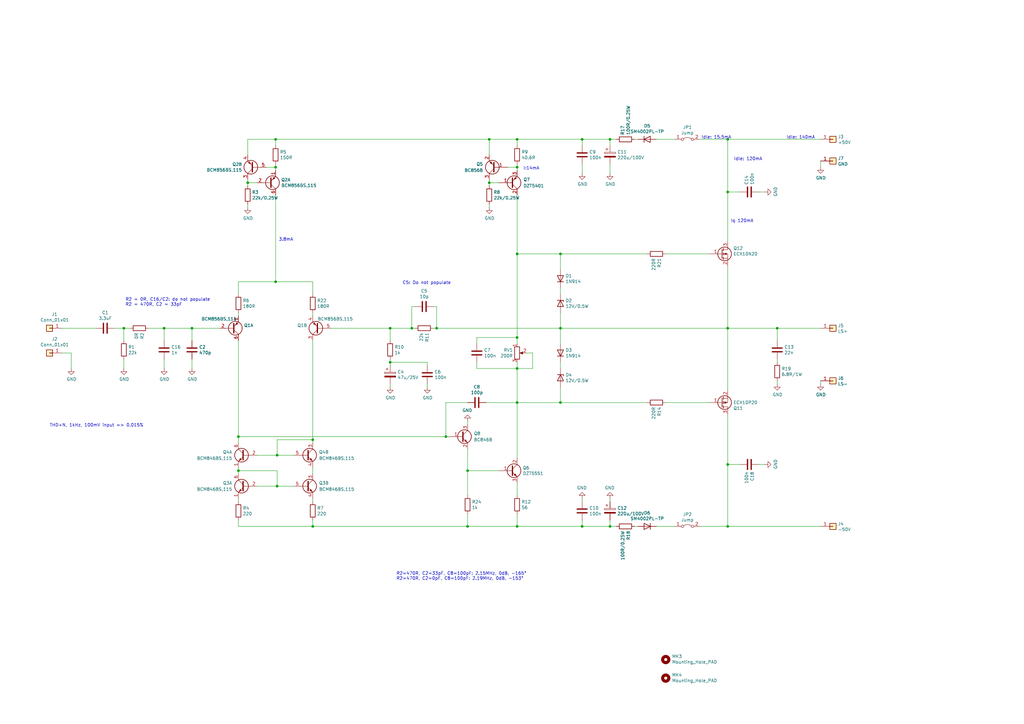
<source format=kicad_sch>
(kicad_sch (version 20211123) (generator eeschema)
  (paper "A3")
  (title_block (title "Lateral MOS FET 80W") (date "2022-12-10") (rev "v5a"))
  (lib_symbols
    (symbol "Connector_Generic:Conn_01x01" (pin_names (offset 1.016) hide)
      (property "Reference" "J" (at 0 2.54 0))
      (property "Value" "Conn_01x01" (at 0 -2.54 0))
      (symbol "Conn_01x01_1_1"
        (rectangle (start -1.27 0.127) (end 0 -0.127) (stroke (width 0.1524)))
        (rectangle (start -1.27 1.27) (end 1.27 -1.27) (stroke (width 0.254)) (fill (type background)))
        (pin passive line (at -5.08 0 0) (length 3.81) (name "Pin_1") (number "1"))
      )
    )
    (symbol "Device:C" (pin_numbers hide) (pin_names (offset 0.254))
      (property "Reference" "C" (at 0.635 2.54 0))
      (property "Value" "C" (at 0.635 -2.54 0))
      (symbol "C_0_1"
        (polyline (pts (xy -2.032 -0.762) (xy 2.032 -0.762)) (stroke (width 0.508)))
        (polyline (pts (xy -2.032 0.762) (xy 2.032 0.762)) (stroke (width 0.508)))
      )
      (symbol "C_1_1"
        (pin passive line (at 0 3.81 270) (length 2.794) (name "~") (number "1"))
        (pin passive line (at 0 -3.81 90) (length 2.794) (name "~") (number "2"))
      )
    )
    (symbol "Device:CP" (pin_numbers hide) (pin_names (offset 0.254))
      (property "Reference" "C" (at 0.635 2.54 0))
      (property "Value" "Device_CP" (at 0.635 -2.54 0))
      (symbol "CP_0_1"
        (rectangle (start -2.286 0.508) (end 2.286 1.016))
        (polyline (pts (xy -1.778 2.286) (xy -0.762 2.286)))
        (polyline (pts (xy -1.27 2.794) (xy -1.27 1.778)))
        (rectangle (start 2.286 -0.508) (end -2.286 -1.016) (fill (type outline)))
      )
      (symbol "CP_1_1"
        (pin passive line (at 0 3.81 270) (length 2.794) (name "~") (number "1"))
        (pin passive line (at 0 -3.81 90) (length 2.794) (name "~") (number "2"))
      )
    )
    (symbol "Device:R" (pin_numbers hide) (pin_names (offset 0))
      (property "Reference" "R" (at 2.032 0 90))
      (property "Value" "R" (at 0 0 90))
      (symbol "R_0_1"
        (rectangle (start -1.016 -2.54) (end 1.016 2.54) (stroke (width 0.254)))
      )
      (symbol "R_1_1"
        (pin passive line (at 0 3.81 270) (length 1.27) (name "~") (number "1"))
        (pin passive line (at 0 -3.81 90) (length 1.27) (name "~") (number "2"))
      )
    )
    (symbol "Device:R_POT" (pin_names (offset 1.016) hide)
      (property "Reference" "RV" (at -4.445 0 90))
      (property "Value" "Device_R_POT" (at -2.54 0 90))
      (symbol "R_POT_0_1"
        (polyline (pts (xy 2.54 0) (xy 1.524 0)))
        (polyline (pts (xy 1.143 0) (xy 2.286 0.508) (xy 2.286 -0.508) (xy 1.143 0)) (fill (type outline)))
        (rectangle (start 1.016 2.54) (end -1.016 -2.54) (stroke (width 0.254)))
      )
      (symbol "R_POT_1_1"
        (pin passive line (at 0 3.81 270) (length 1.27) (name "1") (number "1"))
        (pin passive line (at 3.81 0 180) (length 1.27) (name "2") (number "2"))
        (pin passive line (at 0 -3.81 90) (length 1.27) (name "3") (number "3"))
      )
    )
    (symbol "Diode:1N4002" (pin_numbers hide) (pin_names (offset 1.016) hide)
      (property "Reference" "D" (at 0 2.54 0))
      (property "Value" "1N4002" (at 0 -2.54 0))
      (symbol "1N4002_0_1"
        (polyline (pts (xy -1.27 1.27) (xy -1.27 -1.27)) (stroke (width 0.254)))
        (polyline (pts (xy 1.27 0) (xy -1.27 0)))
        (polyline (pts (xy 1.27 1.27) (xy 1.27 -1.27) (xy -1.27 0) (xy 1.27 1.27)) (stroke (width 0.254)))
      )
      (symbol "1N4002_1_1"
        (pin passive line (at -3.81 0 0) (length 2.54) (name "K") (number "1"))
        (pin passive line (at 3.81 0 180) (length 2.54) (name "A") (number "2"))
      )
    )
    (symbol "Diode:1N4148" (pin_numbers hide) (pin_names (offset 1.016) hide)
      (property "Reference" "D" (at 0 2.54 0))
      (property "Value" "1N4148" (at 0 -2.54 0))
      (symbol "1N4148_0_1"
        (polyline (pts (xy -1.27 1.27) (xy -1.27 -1.27)) (stroke (width 0.254)))
        (polyline (pts (xy 1.27 0) (xy -1.27 0)))
        (polyline (pts (xy 1.27 1.27) (xy 1.27 -1.27) (xy -1.27 0) (xy 1.27 1.27)) (stroke (width 0.254)))
      )
      (symbol "1N4148_1_1"
        (pin passive line (at -3.81 0 0) (length 2.54) (name "K") (number "1"))
        (pin passive line (at 3.81 0 180) (length 2.54) (name "A") (number "2"))
      )
    )
    (symbol "Diode:ZPDxx" (pin_numbers hide) (pin_names (offset 1.016) hide)
      (property "Reference" "D" (at 0 2.54 0))
      (property "Value" "ZPDxx" (at 0 -2.54 0))
      (symbol "ZPDxx_0_1"
        (polyline (pts (xy 1.27 0) (xy -1.27 0)))
        (polyline (pts (xy -1.27 -1.27) (xy -1.27 1.27) (xy -0.762 1.27)) (stroke (width 0.254)))
        (polyline (pts (xy 1.27 -1.27) (xy 1.27 1.27) (xy -1.27 0) (xy 1.27 -1.27)) (stroke (width 0.254)))
      )
      (symbol "ZPDxx_1_1"
        (pin passive line (at -3.81 0 0) (length 2.54) (name "K") (number "1"))
        (pin passive line (at 3.81 0 180) (length 2.54) (name "A") (number "2"))
      )
    )
    (symbol "Jumper:Jumper_2_Bridged" (pin_names (offset 0) hide)
      (property "Reference" "JP" (at 0 1.905 0))
      (property "Value" "Jumper_2_Bridged" (at 0 -2.54 0))
      (symbol "Jumper_2_Bridged_0_0"
        (circle (center -2.032 0) (radius 0.508))
        (circle (center 2.032 0) (radius 0.508))
      )
      (symbol "Jumper_2_Bridged_0_1"
        (arc (start 1.524 0.254) (mid 0 0.762) (end -1.524 0.254))
      )
      (symbol "Jumper_2_Bridged_1_1"
        (pin passive line (at -5.08 0 0) (length 2.54) (name "A") (number "1"))
        (pin passive line (at 5.08 0 180) (length 2.54) (name "B") (number "2"))
      )
    )
    (symbol "Mechanical:MountingHole" (pin_names (offset 1.016))
      (property "Reference" "H" (at 0 5.08 0))
      (property "Value" "MountingHole" (at 0 3.175 0))
      (symbol "MountingHole_0_1"
        (circle (center 0 0) (radius 1.27) (stroke (width 1.27)))
      )
    )
    (symbol "Transistor_BJT:BC846" (pin_names (offset 0) hide)
      (property "Reference" "Q" (at 5.08 1.905 0))
      (property "Value" "BC846" (at 5.08 0 0))
      (symbol "BC846_0_1"
        (polyline (pts (xy 0.635 0.635) (xy 2.54 2.54)))
        (polyline (pts (xy 0.635 -0.635) (xy 2.54 -2.54) (xy 2.54 -2.54)))
        (polyline (pts (xy 0.635 1.905) (xy 0.635 -1.905) (xy 0.635 -1.905)) (stroke (width 0.508)))
        (polyline (pts (xy 1.27 -1.778) (xy 1.778 -1.27) (xy 2.286 -2.286) (xy 1.27 -1.778) (xy 1.27 -1.778)) (fill (type outline)))
        (circle (center 1.27 0) (radius 2.8194) (stroke (width 0.254)))
      )
      (symbol "BC846_1_1"
        (pin input line (at -5.08 0 0) (length 5.715) (name "B") (number "1"))
        (pin passive line (at 2.54 -5.08 90) (length 2.54) (name "E") (number "2"))
        (pin passive line (at 2.54 5.08 270) (length 2.54) (name "C") (number "3"))
      )
    )
    (symbol "Transistor_BJT:BC846BDW1" (pin_names (offset 0) hide)
      (property "Reference" "Q" (at 5.08 1.27 0))
      (property "Value" "BC846BDW1" (at 5.08 -1.27 0))
      (symbol "BC846BDW1_0_1"
        (polyline (pts (xy 0.635 0) (xy -2.54 0)))
        (polyline (pts (xy 0.635 0.635) (xy 2.54 2.54)))
        (polyline (pts (xy 0.635 -0.635) (xy 2.54 -2.54) (xy 2.54 -2.54)))
        (polyline (pts (xy 0.635 1.905) (xy 0.635 -1.905) (xy 0.635 -1.905)) (stroke (width 0.508)))
        (polyline (pts (xy 1.27 -1.778) (xy 1.778 -1.27) (xy 2.286 -2.286) (xy 1.27 -1.778) (xy 1.27 -1.778)) (fill (type outline)))
        (circle (center 1.27 0) (radius 2.8194) (stroke (width 0.254)))
      )
      (symbol "BC846BDW1_1_1"
        (pin passive line (at 2.54 -5.08 90) (length 2.54) (name "E1") (number "1"))
        (pin input line (at -5.08 0 0) (length 2.54) (name "B1") (number "2"))
        (pin passive line (at 2.54 5.08 270) (length 2.54) (name "C1") (number "6"))
      )
      (symbol "BC846BDW1_2_1"
        (pin passive line (at 2.54 5.08 270) (length 2.54) (name "C2") (number "3"))
        (pin passive line (at 2.54 -5.08 90) (length 2.54) (name "E2") (number "4"))
        (pin input line (at -5.08 0 0) (length 2.54) (name "B2") (number "5"))
      )
    )
    (symbol "Transistor_BJT:BC856" (pin_names (offset 0) hide)
      (property "Reference" "Q" (at 5.08 1.905 0))
      (property "Value" "BC856" (at 5.08 0 0))
      (symbol "BC856_0_1"
        (polyline (pts (xy 0.635 0.635) (xy 2.54 2.54)))
        (polyline (pts (xy 0.635 -0.635) (xy 2.54 -2.54) (xy 2.54 -2.54)))
        (polyline (pts (xy 0.635 1.905) (xy 0.635 -1.905) (xy 0.635 -1.905)) (stroke (width 0.508)))
        (polyline (pts (xy 2.286 -1.778) (xy 1.778 -2.286) (xy 1.27 -1.27) (xy 2.286 -1.778) (xy 2.286 -1.778)) (fill (type outline)))
        (circle (center 1.27 0) (radius 2.8194) (stroke (width 0.254)))
      )
      (symbol "BC856_1_1"
        (pin input line (at -5.08 0 0) (length 5.715) (name "B") (number "1"))
        (pin passive line (at 2.54 -5.08 90) (length 2.54) (name "E") (number "2"))
        (pin passive line (at 2.54 5.08 270) (length 2.54) (name "C") (number "3"))
      )
    )
    (symbol "Transistor_BJT:BC856BS" (pin_names (offset 0) hide)
      (property "Reference" "Q" (at 5.08 1.27 0))
      (property "Value" "BC856BS" (at 5.08 -1.27 0))
      (symbol "BC856BS_0_1"
        (polyline (pts (xy 0.635 0) (xy -2.54 0)))
        (polyline (pts (xy 0.635 0.635) (xy 2.54 2.54)))
        (polyline (pts (xy 0.635 -0.635) (xy 2.54 -2.54) (xy 2.54 -2.54)))
        (polyline (pts (xy 0.635 1.905) (xy 0.635 -1.905) (xy 0.635 -1.905)) (stroke (width 0.508)))
        (polyline (pts (xy 2.286 -1.778) (xy 1.778 -2.286) (xy 1.27 -1.27) (xy 2.286 -1.778) (xy 2.286 -1.778)) (fill (type outline)))
        (circle (center 1.27 0) (radius 2.8194) (stroke (width 0.254)))
      )
      (symbol "BC856BS_1_1"
        (pin passive line (at 2.54 -5.08 90) (length 2.54) (name "E1") (number "1"))
        (pin input line (at -5.08 0 0) (length 2.54) (name "B1") (number "2"))
        (pin passive line (at 2.54 5.08 270) (length 2.54) (name "C1") (number "6"))
      )
      (symbol "BC856BS_2_1"
        (pin passive line (at 2.54 5.08 270) (length 2.54) (name "C2") (number "3"))
        (pin passive line (at 2.54 -5.08 90) (length 2.54) (name "E2") (number "4"))
        (pin input line (at -5.08 0 0) (length 2.54) (name "B2") (number "5"))
      )
    )
    (symbol "kicad-snk:DZT5401" (pin_names (offset 0) hide)
      (property "Reference" "Q" (at 5.08 1.905 0))
      (property "Value" "DZT5401" (at 5.08 0 0))
      (symbol "DZT5401_0_1"
        (polyline (pts (xy 0.635 0.635) (xy 2.54 2.54)))
        (polyline (pts (xy 0.635 -0.635) (xy 2.54 -2.54) (xy 2.54 -2.54)))
        (polyline (pts (xy 0.635 1.905) (xy 0.635 -1.905) (xy 0.635 -1.905)) (stroke (width 0.508)))
        (polyline (pts (xy 2.286 -1.778) (xy 1.778 -2.286) (xy 1.27 -1.27) (xy 2.286 -1.778) (xy 2.286 -1.778)) (fill (type outline)))
        (circle (center 1.27 0) (radius 2.8194) (stroke (width 0.254)))
      )
      (symbol "DZT5401_1_1"
        (pin input line (at -5.08 0 0) (length 5.715) (name "B") (number "1"))
        (pin passive line (at 2.54 5.08 270) (length 2.54) (name "C") (number "2"))
        (pin passive line (at 2.54 -5.08 90) (length 2.54) (name "E") (number "3"))
      )
    )
    (symbol "kicad-snk:DZT5551" (pin_names (offset 0) hide)
      (property "Reference" "Q" (at 5.08 1.905 0))
      (property "Value" "kicad-snk_DZT5551" (at 5.08 0 0))
      (symbol "DZT5551_0_1"
        (polyline (pts (xy 0.635 0.635) (xy 2.54 2.54)))
        (polyline (pts (xy 0.635 -0.635) (xy 2.54 -2.54) (xy 2.54 -2.54)))
        (polyline (pts (xy 0.635 1.905) (xy 0.635 -1.905) (xy 0.635 -1.905)) (stroke (width 0.508)))
        (polyline (pts (xy 1.27 -1.778) (xy 1.778 -1.27) (xy 2.286 -2.286) (xy 1.27 -1.778) (xy 1.27 -1.778)) (fill (type outline)))
        (circle (center 1.27 0) (radius 2.8194) (stroke (width 0.254)))
      )
      (symbol "DZT5551_1_1"
        (pin input line (at -5.08 0 0) (length 5.715) (name "B") (number "1"))
        (pin passive line (at 2.54 5.08 270) (length 2.54) (name "C") (number "2"))
        (pin passive line (at 2.54 -5.08 90) (length 2.54) (name "E") (number "3"))
      )
    )
    (symbol "kicad-snk:Q_NMOS_GSD" (pin_names (offset 0) hide)
      (property "Reference" "Q" (at 7.62 1.27 0))
      (property "Value" "kicad-snk_Q_NMOS_GSD" (at 16.51 -1.27 0))
      (symbol "Q_NMOS_GSD_0_1"
        (polyline (pts (xy 0.762 -1.778) (xy 2.54 -1.778)))
        (polyline (pts (xy 0.762 -1.27) (xy 0.762 -2.286)) (stroke (width 0.254)))
        (polyline (pts (xy 0.762 0) (xy 2.54 0)))
        (polyline (pts (xy 0.762 0.508) (xy 0.762 -0.508)) (stroke (width 0.254)))
        (polyline (pts (xy 0.762 1.778) (xy 2.54 1.778)))
        (polyline (pts (xy 0.762 2.286) (xy 0.762 1.27)) (stroke (width 0.254)))
        (polyline (pts (xy 2.54 -1.778) (xy 2.54 -2.54)))
        (polyline (pts (xy 2.54 -1.778) (xy 2.54 0)))
        (polyline (pts (xy 2.54 2.54) (xy 2.54 1.778)))
        (polyline (pts (xy 0.254 1.905) (xy 0.254 -1.905) (xy 0.254 -1.905)) (stroke (width 0.254)))
        (polyline (pts (xy 1.016 0) (xy 2.032 0.381) (xy 2.032 -0.381) (xy 1.016 0)) (fill (type outline)))
        (circle (center 1.27 0) (radius 2.8194) (stroke (width 0.254)))
      )
      (symbol "Q_NMOS_GSD_1_1"
        (pin input line (at -5.08 0 0) (length 5.334) (name "G") (number "1"))
        (pin passive line (at 2.54 -5.08 90) (length 2.54) (name "S") (number "2"))
        (pin passive line (at 2.54 5.08 270) (length 2.54) (name "D") (number "3"))
      )
    )
    (symbol "kicad-snk:Q_PMOS_GSD" (pin_names (offset 0) hide)
      (property "Reference" "Q" (at 7.62 1.27 0))
      (property "Value" "kicad-snk_Q_PMOS_GSD" (at 16.51 -1.27 0))
      (symbol "Q_PMOS_GSD_0_1"
        (polyline (pts (xy 0.762 -1.778) (xy 2.54 -1.778)))
        (polyline (pts (xy 0.762 -1.27) (xy 0.762 -2.286)) (stroke (width 0.254)))
        (polyline (pts (xy 0.762 0) (xy 2.54 0)))
        (polyline (pts (xy 0.762 0.508) (xy 0.762 -0.508)) (stroke (width 0.254)))
        (polyline (pts (xy 0.762 1.778) (xy 2.54 1.778)))
        (polyline (pts (xy 0.762 2.286) (xy 0.762 1.27)) (stroke (width 0.254)))
        (polyline (pts (xy 2.54 -1.778) (xy 2.54 -2.54)))
        (polyline (pts (xy 2.54 -1.778) (xy 2.54 0)))
        (polyline (pts (xy 2.54 2.54) (xy 2.54 1.778)))
        (polyline (pts (xy 0.254 1.905) (xy 0.254 -1.905) (xy 0.254 -1.905)) (stroke (width 0.254)))
        (polyline (pts (xy 2.286 0) (xy 1.27 -0.381) (xy 1.27 0.381) (xy 2.286 0)) (fill (type outline)))
        (circle (center 1.27 0) (radius 2.8194) (stroke (width 0.254)))
      )
      (symbol "Q_PMOS_GSD_1_1"
        (pin input line (at -5.08 0 0) (length 5.334) (name "G") (number "1"))
        (pin passive line (at 2.54 -5.08 90) (length 2.54) (name "D") (number "2"))
        (pin passive line (at 2.54 5.08 270) (length 2.54) (name "S") (number "3"))
      )
    )
    (symbol "power:GND" (power) (pin_names (offset 0))
      (property "Value" "GND" (at 0 -3.81 0))
      (symbol "GND_0_1"
        (polyline (pts (xy 0 0) (xy 0 -1.27) (xy 1.27 -1.27) (xy 0 -2.54) (xy -1.27 -1.27) (xy 0 -1.27)))
      )
      (symbol "GND_1_1"
        (pin power_in line (at 0 0 270) (length 0) hide (name "GND") (number "1"))
      )
    )
  )
  (junction (at 229.87 165.1))
  (junction (at 191.77 215.9))
  (junction (at 212.09 68.58))
  (junction (at 229.87 104.14))
  (junction (at 212.09 165.1))
  (junction (at 229.87 134.62))
  (junction (at 78.74 134.62))
  (junction (at 191.77 193.04))
  (junction (at 67.31 134.62))
  (junction (at 318.77 134.62))
  (junction (at 212.09 215.9))
  (junction (at 200.66 74.93))
  (junction (at 97.79 193.04))
  (junction (at 113.665 186.69))
  (junction (at 113.03 115.57))
  (junction (at 200.66 57.15))
  (junction (at 50.8 134.62))
  (junction (at 212.09 138.43))
  (junction (at 113.03 57.15))
  (junction (at 97.79 179.07))
  (junction (at 212.09 151.13))
  (junction (at 238.76 57.15))
  (junction (at 113.665 199.39))
  (junction (at 238.76 215.9))
  (junction (at 298.45 190.5))
  (junction (at 250.19 57.15))
  (junction (at 160.02 134.62))
  (junction (at 128.27 215.9))
  (junction (at 179.07 134.62))
  (junction (at 168.91 134.62))
  (junction (at 298.45 134.62))
  (junction (at 113.03 68.58))
  (junction (at 212.09 57.15))
  (junction (at 182.88 179.07))
  (junction (at 298.45 57.15))
  (junction (at 212.09 104.14))
  (junction (at 101.6 74.93))
  (junction (at 128.27 180.34))
  (junction (at 160.02 148.59))
  (junction (at 250.19 215.9))
  (junction (at 298.45 78.74))
  (junction (at 298.45 215.9))
  (wire (pts (xy 212.09 68.58) (xy 212.09 69.85)))
  (wire (pts (xy 29.21 144.78) (xy 25.4 144.78)))
  (wire (pts (xy 200.66 73.66) (xy 200.66 74.93)))
  (wire (pts (xy 128.27 115.57) (xy 113.03 115.57)))
  (wire (pts (xy 218.44 151.13) (xy 218.44 144.78)))
  (wire (pts (xy 128.27 139.7) (xy 128.27 180.34)))
  (wire (pts (xy 168.91 125.73) (xy 168.91 134.62)))
  (wire (pts (xy 175.26 148.59) (xy 160.02 148.59)))
  (wire (pts (xy 298.45 215.9) (xy 298.45 190.5)))
  (wire (pts (xy 212.09 165.1) (xy 229.87 165.1)))
  (wire (pts (xy 113.03 57.15) (xy 200.66 57.15)))
  (wire (pts (xy 212.09 210.82) (xy 212.09 215.9)))
  (wire (pts (xy 170.18 125.73) (xy 168.91 125.73)))
  (wire (pts (xy 200.66 57.15) (xy 200.66 63.5)))
  (wire (pts (xy 175.26 149.86) (xy 175.26 148.59)))
  (wire (pts (xy 212.09 57.15) (xy 238.76 57.15)))
  (wire (pts (xy 229.87 110.49) (xy 229.87 104.14)))
  (wire (pts (xy 105.41 199.39) (xy 113.665 199.39)))
  (wire (pts (xy 191.77 184.15) (xy 191.77 193.04)))
  (wire (pts (xy 238.76 57.15) (xy 238.76 59.69)))
  (wire (pts (xy 113.03 115.57) (xy 97.79 115.57)))
  (wire (pts (xy 200.66 57.15) (xy 212.09 57.15)))
  (wire (pts (xy 25.4 134.62) (xy 39.37 134.62)))
  (wire (pts (xy 109.22 68.58) (xy 113.03 68.58)))
  (wire (pts (xy 229.87 128.27) (xy 229.87 134.62)))
  (wire (pts (xy 238.76 67.31) (xy 238.76 71.12)))
  (wire (pts (xy 303.53 78.74) (xy 298.45 78.74)))
  (wire (pts (xy 128.27 180.34) (xy 128.27 181.61)))
  (wire (pts (xy 303.53 190.5) (xy 298.45 190.5)))
  (wire (pts (xy 113.665 199.39) (xy 120.65 199.39)))
  (wire (pts (xy 101.6 74.93) (xy 105.41 74.93)))
  (wire (pts (xy 191.77 172.72) (xy 191.77 173.99)))
  (wire (pts (xy 250.19 57.15) (xy 250.19 59.69)))
  (wire (pts (xy 298.45 99.06) (xy 298.45 78.74)))
  (wire (pts (xy 200.66 74.93) (xy 200.66 76.2)))
  (wire (pts (xy 160.02 148.59) (xy 160.02 147.32)))
  (wire (pts (xy 105.41 186.69) (xy 113.665 186.69)))
  (wire (pts (xy 113.665 193.04) (xy 113.665 199.39)))
  (wire (pts (xy 212.09 151.13) (xy 218.44 151.13)))
  (wire (pts (xy 200.66 74.93) (xy 204.47 74.93)))
  (wire (pts (xy 78.74 134.62) (xy 90.17 134.62)))
  (wire (pts (xy 182.88 179.07) (xy 184.15 179.07)))
  (wire (pts (xy 298.45 109.22) (xy 298.45 134.62)))
  (wire (pts (xy 97.79 139.7) (xy 97.79 179.07)))
  (wire (pts (xy 212.09 138.43) (xy 212.09 140.97)))
  (wire (pts (xy 97.79 204.47) (xy 97.79 205.74)))
  (wire (pts (xy 261.62 57.15) (xy 260.35 57.15)))
  (wire (pts (xy 78.74 139.7) (xy 78.74 134.62)))
  (wire (pts (xy 191.77 215.9) (xy 212.09 215.9)))
  (wire (pts (xy 273.05 165.1) (xy 290.83 165.1)))
  (wire (pts (xy 128.27 215.9) (xy 191.77 215.9)))
  (wire (pts (xy 212.09 151.13) (xy 212.09 165.1)))
  (wire (pts (xy 182.88 165.1) (xy 182.88 179.07)))
  (wire (pts (xy 229.87 158.75) (xy 229.87 165.1)))
  (wire (pts (xy 212.09 57.15) (xy 212.09 59.69)))
  (wire (pts (xy 212.09 165.1) (xy 212.09 187.96)))
  (wire (pts (xy 191.77 165.1) (xy 182.88 165.1)))
  (wire (pts (xy 128.27 128.27) (xy 128.27 129.54)))
  (wire (pts (xy 336.55 66.04) (xy 336.55 68.58)))
  (wire (pts (xy 67.31 134.62) (xy 67.31 139.7)))
  (wire (pts (xy 101.6 73.66) (xy 101.6 74.93)))
  (wire (pts (xy 113.03 57.15) (xy 101.6 57.15)))
  (wire (pts (xy 298.45 78.74) (xy 298.45 57.15)))
  (wire (pts (xy 101.6 57.15) (xy 101.6 63.5)))
  (wire (pts (xy 208.28 68.58) (xy 212.09 68.58)))
  (wire (pts (xy 200.66 83.82) (xy 200.66 85.09)))
  (wire (pts (xy 298.45 170.18) (xy 298.45 190.5)))
  (wire (pts (xy 229.87 104.14) (xy 265.43 104.14)))
  (wire (pts (xy 318.77 139.7) (xy 318.77 134.62)))
  (wire (pts (xy 78.74 151.13) (xy 78.74 147.32)))
  (wire (pts (xy 287.02 57.15) (xy 298.45 57.15)))
  (wire (pts (xy 50.8 151.13) (xy 50.8 147.32)))
  (wire (pts (xy 318.77 157.48) (xy 318.77 156.21)))
  (wire (pts (xy 97.79 179.07) (xy 97.79 181.61)))
  (wire (pts (xy 97.79 128.27) (xy 97.79 129.54)))
  (wire (pts (xy 195.58 140.97) (xy 195.58 138.43)))
  (wire (pts (xy 67.31 134.62) (xy 78.74 134.62)))
  (wire (pts (xy 273.05 104.14) (xy 290.83 104.14)))
  (wire (pts (xy 313.69 78.74) (xy 311.15 78.74)))
  (wire (pts (xy 97.79 213.36) (xy 97.79 215.9)))
  (wire (pts (xy 250.19 215.9) (xy 238.76 215.9)))
  (wire (pts (xy 179.07 134.62) (xy 179.07 125.73)))
  (wire (pts (xy 250.19 213.36) (xy 250.19 215.9)))
  (wire (pts (xy 113.03 57.15) (xy 113.03 59.69)))
  (wire (pts (xy 212.09 198.12) (xy 212.09 203.2)))
  (wire (pts (xy 97.79 193.04) (xy 97.79 194.31)))
  (wire (pts (xy 269.24 215.9) (xy 276.86 215.9)))
  (wire (pts (xy 160.02 134.62) (xy 160.02 139.7)))
  (wire (pts (xy 318.77 148.59) (xy 318.77 147.32)))
  (wire (pts (xy 113.665 186.69) (xy 113.665 180.34)))
  (wire (pts (xy 212.09 148.59) (xy 212.09 151.13)))
  (wire (pts (xy 101.6 83.82) (xy 101.6 85.09)))
  (wire (pts (xy 160.02 149.86) (xy 160.02 148.59)))
  (wire (pts (xy 175.26 158.75) (xy 175.26 157.48)))
  (wire (pts (xy 298.45 57.15) (xy 336.55 57.15)))
  (wire (pts (xy 50.8 139.7) (xy 50.8 134.62)))
  (wire (pts (xy 128.27 115.57) (xy 128.27 120.65)))
  (wire (pts (xy 97.79 191.77) (xy 97.79 193.04)))
  (wire (pts (xy 336.55 134.62) (xy 318.77 134.62)))
  (wire (pts (xy 113.665 186.69) (xy 120.65 186.69)))
  (wire (pts (xy 252.73 57.15) (xy 250.19 57.15)))
  (wire (pts (xy 128.27 191.77) (xy 128.27 194.31)))
  (wire (pts (xy 191.77 193.04) (xy 204.47 193.04)))
  (wire (pts (xy 195.58 148.59) (xy 195.58 151.13)))
  (wire (pts (xy 199.39 165.1) (xy 212.09 165.1)))
  (wire (pts (xy 179.07 134.62) (xy 229.87 134.62)))
  (wire (pts (xy 128.27 213.36) (xy 128.27 215.9)))
  (wire (pts (xy 250.19 67.31) (xy 250.19 71.12)))
  (wire (pts (xy 97.79 115.57) (xy 97.79 120.65)))
  (wire (pts (xy 318.77 134.62) (xy 298.45 134.62)))
  (wire (pts (xy 46.99 134.62) (xy 50.8 134.62)))
  (wire (pts (xy 97.79 215.9) (xy 128.27 215.9)))
  (wire (pts (xy 229.87 151.13) (xy 229.87 148.59)))
  (wire (pts (xy 212.09 67.31) (xy 212.09 68.58)))
  (wire (pts (xy 67.31 147.32) (xy 67.31 151.13)))
  (wire (pts (xy 238.76 205.74) (xy 238.76 204.47)))
  (wire (pts (xy 191.77 210.82) (xy 191.77 215.9)))
  (wire (pts (xy 160.02 158.75) (xy 160.02 157.48)))
  (wire (pts (xy 60.96 134.62) (xy 67.31 134.62)))
  (wire (pts (xy 313.69 190.5) (xy 311.15 190.5)))
  (wire (pts (xy 195.58 151.13) (xy 212.09 151.13)))
  (wire (pts (xy 97.79 193.04) (xy 113.665 193.04)))
  (wire (pts (xy 113.03 67.31) (xy 113.03 68.58)))
  (wire (pts (xy 113.03 80.01) (xy 113.03 115.57)))
  (wire (pts (xy 215.9 144.78) (xy 218.44 144.78)))
  (wire (pts (xy 212.09 80.01) (xy 212.09 104.14)))
  (wire (pts (xy 212.09 138.43) (xy 212.09 104.14)))
  (wire (pts (xy 229.87 165.1) (xy 265.43 165.1)))
  (wire (pts (xy 261.62 215.9) (xy 260.35 215.9)))
  (wire (pts (xy 298.45 215.9) (xy 336.55 215.9)))
  (wire (pts (xy 250.19 204.47) (xy 250.19 205.74)))
  (wire (pts (xy 212.09 104.14) (xy 229.87 104.14)))
  (wire (pts (xy 287.02 215.9) (xy 298.45 215.9)))
  (wire (pts (xy 269.24 57.15) (xy 276.86 57.15)))
  (wire (pts (xy 229.87 140.97) (xy 229.87 134.62)))
  (wire (pts (xy 53.34 134.62) (xy 50.8 134.62)))
  (wire (pts (xy 29.21 151.13) (xy 29.21 144.78)))
  (wire (pts (xy 168.91 134.62) (xy 160.02 134.62)))
  (wire (pts (xy 177.8 134.62) (xy 179.07 134.62)))
  (wire (pts (xy 170.18 134.62) (xy 168.91 134.62)))
  (wire (pts (xy 179.07 125.73) (xy 177.8 125.73)))
  (wire (pts (xy 135.89 134.62) (xy 160.02 134.62)))
  (wire (pts (xy 128.27 204.47) (xy 128.27 205.74)))
  (wire (pts (xy 212.09 215.9) (xy 238.76 215.9)))
  (wire (pts (xy 101.6 74.93) (xy 101.6 76.2)))
  (wire (pts (xy 195.58 138.43) (xy 212.09 138.43)))
  (wire (pts (xy 113.03 68.58) (xy 113.03 69.85)))
  (wire (pts (xy 238.76 213.36) (xy 238.76 215.9)))
  (wire (pts (xy 229.87 134.62) (xy 298.45 134.62)))
  (wire (pts (xy 191.77 193.04) (xy 191.77 203.2)))
  (wire (pts (xy 229.87 120.65) (xy 229.87 118.11)))
  (wire (pts (xy 113.665 180.34) (xy 128.27 180.34)))
  (wire (pts (xy 250.19 57.15) (xy 238.76 57.15)))
  (wire (pts (xy 252.73 215.9) (xy 250.19 215.9)))
  (wire (pts (xy 298.45 134.62) (xy 298.45 160.02)))
  (wire (pts (xy 336.55 157.48) (xy 336.55 156.21)))
  (wire (pts (xy 97.79 179.07) (xy 182.88 179.07)))
  (text "THD+N, 1kHz, 100mV input => 0.015%" (at 20.32 175.26 0) (effects (font (size 1.27 1.27)) (justify left bottom)))
  (text "Idle: 120mA" (at 300.99 66.04 0) (effects (font (size 1.27 1.27)) (justify left bottom)))
  (text "Iq 120mA" (at 299.72 91.44 0) (effects (font (size 1.27 1.27)) (justify left bottom)))
  (text "Idle: 15.5mA" (at 287.655 57.15 0) (effects (font (size 1.27 1.27)) (justify left bottom)))
  (text "R2=470R, C2=33pF, C8=100pF: 2.15MHz, 0dB, -165°\nR2=470R, C2=0pF, C8=100pF: 2.19MHz, 0dB, -153°" (at 162.56 238.125 0) (effects (font (size 1.27 1.27)) (justify left bottom)))
  (text "Idle: 140mA" (at 322.58 57.15 0) (effects (font (size 1.27 1.27)) (justify left bottom)))
  (text "C5: Do not populate" (at 165.1 116.84 0) (effects (font (size 1.27 1.27)) (justify left bottom)))
  (text "3.8mA" (at 114.3 99.06 0) (effects (font (size 1.27 1.27)) (justify left bottom)))
  (text "I:14mA" (at 214.63 69.85 0) (effects (font (size 1.27 1.27)) (justify left bottom)))
  (text "R2 = 0R, C16/C2: do not populate\nR2 = 470R, C2 = 33pF" (at 51.435 125.73 0) (effects (font (size 1.27 1.27)) (justify left bottom)))
  (symbol (lib_id "Device:R") (at 57.15 134.62 270) (unit 1)
    (property "Reference" "R2" (at 58.3184 136.398 0) (effects (justify left)))
    (property "Value" "0R" (at 56.007 136.398 0) (effects (justify left)))
    (property "Footprint" "Resistor_SMD:R_0805_2012Metric_Pad1.20x1.40mm_HandSolder" (effects hide))
  )
  (symbol (lib_id "Device:C") (at 78.74 143.51 0) (unit 1)
    (property "Reference" "C2" (at 81.661 142.3416 0) (effects (justify left)))
    (property "Value" "470p" (at 81.661 144.653 0) (effects (justify left)))
    (property "Footprint" "Capacitor_SMD:C_0805_2012Metric_Pad1.18x1.45mm_HandSolder" (effects hide))
  )
  (symbol (lib_id "Device:C") (at 43.18 134.62 270) (unit 1)
    (property "Reference" "C1" (at 43.18 128.2192 90))
    (property "Value" "3.3uF" (at 43.18 130.5306 90))
    (property "Footprint" "Capacitor_THT:C_Rect_L7.2mm_W7.2mm_P5.00mm_FKS2_FKP2_MKS2_MKP2" (effects hide))
  )
  (symbol (lib_id "power:GND") (at 50.8 151.13 0) (unit 1)
    (property "Reference" "#PWR0101" (effects hide))
    (property "Value" "GND" (at 50.927 155.5242 0))
  )
  (symbol (lib_id "Device:R") (at 50.8 143.51 0) (unit 1)
    (property "Reference" "R1" (at 52.578 142.3416 0) (effects (justify left)))
    (property "Value" "22k" (at 52.578 144.653 0) (effects (justify left)))
    (property "Footprint" "Resistor_SMD:R_0805_2012Metric_Pad1.20x1.40mm_HandSolder" (effects hide))
  )
  (symbol (lib_id "power:GND") (at 29.21 151.13 0) (unit 1)
    (property "Reference" "#PWR0102" (effects hide))
    (property "Value" "GND" (at 29.337 155.5242 0))
  )
  (symbol (lib_id "Connector_Generic:Conn_01x01") (at 20.32 134.62 180) (unit 1)
    (property "Reference" "J1" (at 22.4028 128.905 0))
    (property "Value" "Conn_01x01" (at 22.4028 131.2164 0))
    (property "Footprint" "Connector_Pin:Pin_D1.0mm_L10.0mm" (effects hide))
  )
  (symbol (lib_id "Connector_Generic:Conn_01x01") (at 20.32 144.78 180) (unit 1)
    (property "Reference" "J2" (at 22.4028 139.065 0))
    (property "Value" "Conn_01x01" (at 22.4028 141.3764 0))
    (property "Footprint" "Connector_Pin:Pin_D1.0mm_L10.0mm" (effects hide))
  )
  (symbol (lib_id "Device:R") (at 97.79 124.46 0) (unit 1)
    (property "Reference" "R6" (at 99.568 123.2916 0) (effects (justify left)))
    (property "Value" "180R" (at 99.568 125.603 0) (effects (justify left)))
    (property "Footprint" "Resistor_SMD:R_0805_2012Metric_Pad1.20x1.40mm_HandSolder" (effects hide))
  )
  (symbol (lib_id "Device:R") (at 101.6 80.01 0) (unit 1)
    (property "Reference" "R3" (at 103.378 78.8416 0) (effects (justify left)))
    (property "Value" "22k/0.25W" (at 103.378 81.153 0) (effects (justify left)))
    (property "Footprint" "Resistor_SMD:R_0805_2012Metric_Pad1.20x1.40mm_HandSolder" (effects hide))
  )
  (symbol (lib_id "power:GND") (at 101.6 85.09 0) (unit 1)
    (property "Reference" "#PWR0103" (effects hide))
    (property "Value" "GND" (at 101.727 89.4842 0))
  )
  (symbol (lib_id "Device:R") (at 113.03 63.5 0) (unit 1)
    (property "Reference" "R5" (at 114.808 62.3316 0) (effects (justify left)))
    (property "Value" "150R" (at 114.808 64.643 0) (effects (justify left)))
    (property "Footprint" "Resistor_SMD:R_0805_2012Metric_Pad1.20x1.40mm_HandSolder" (effects hide))
  )
  (symbol (lib_id "Device:CP") (at 160.02 153.67 0) (unit 1)
    (property "Reference" "C4" (at 163.0172 152.5016 0) (effects (justify left)))
    (property "Value" "47u/25V" (at 163.0172 154.813 0) (effects (justify left)))
    (property "Footprint" "Capacitor_THT:CP_Radial_D5.0mm_P2.00mm" (effects hide))
  )
  (symbol (lib_id "Device:C") (at 175.26 153.67 0) (unit 1)
    (property "Reference" "C6" (at 178.181 152.5016 0) (effects (justify left)))
    (property "Value" "100n" (at 178.181 154.813 0) (effects (justify left)))
    (property "Footprint" "Capacitor_THT:C_Rect_L7.2mm_W2.5mm_P5.00mm_FKS2_FKP2_MKS2_MKP2" (effects hide))
  )
  (symbol (lib_id "Device:R") (at 160.02 143.51 0) (unit 1)
    (property "Reference" "R10" (at 161.798 142.3416 0) (effects (justify left)))
    (property "Value" "1k" (at 161.798 144.653 0) (effects (justify left)))
    (property "Footprint" "Resistor_SMD:R_0805_2012Metric_Pad1.20x1.40mm_HandSolder" (effects hide))
  )
  (symbol (lib_id "Device:R") (at 128.27 209.55 0) (unit 1)
    (property "Reference" "R7" (at 130.048 208.3816 0) (effects (justify left)))
    (property "Value" "220" (at 130.048 210.693 0) (effects (justify left)))
    (property "Footprint" "Resistor_SMD:R_0805_2012Metric_Pad1.20x1.40mm_HandSolder" (effects hide))
  )
  (symbol (lib_id "Device:R") (at 97.79 209.55 0) (unit 1)
    (property "Reference" "R4" (at 99.568 208.3816 0) (effects (justify left)))
    (property "Value" "220" (at 99.568 210.693 0) (effects (justify left)))
    (property "Footprint" "Resistor_SMD:R_0805_2012Metric_Pad1.20x1.40mm_HandSolder" (effects hide))
  )
  (symbol (lib_id "power:GND") (at 78.74 151.13 0) (unit 1)
    (property "Reference" "#PWR0104" (effects hide))
    (property "Value" "GND" (at 78.867 155.5242 0))
  )
  (symbol (lib_id "Device:R") (at 173.99 134.62 270) (unit 1)
    (property "Reference" "R11" (at 175.1584 136.398 0) (effects (justify left)))
    (property "Value" "22k" (at 172.847 136.398 0) (effects (justify left)))
    (property "Footprint" "Resistor_SMD:R_0805_2012Metric_Pad1.20x1.40mm_HandSolder" (effects hide))
  )
  (symbol (lib_id "Device:C") (at 173.99 125.73 270) (unit 1)
    (property "Reference" "C5" (at 173.99 119.3292 90))
    (property "Value" "10p" (at 173.99 121.6406 90))
    (property "Footprint" "Capacitor_SMD:C_0805_2012Metric_Pad1.18x1.45mm_HandSolder" (effects hide))
  )
  (symbol (lib_id "Connector_Generic:Conn_01x01") (at 341.63 57.15 0) (unit 1)
    (property "Reference" "J3" (at 343.662 56.0832 0) (effects (justify left)))
    (property "Value" "+50V" (at 343.662 58.3946 0) (effects (justify left)))
    (property "Footprint" "kicad-snk:TE-726386-2_Pitch5.08mm_Drill1.3mm" (effects hide))
  )
  (symbol (lib_id "Connector_Generic:Conn_01x01") (at 341.63 215.9 0) (unit 1)
    (property "Reference" "J4" (at 343.662 214.8332 0) (effects (justify left)))
    (property "Value" "-50V" (at 343.662 217.1446 0) (effects (justify left)))
    (property "Footprint" "kicad-snk:TE-726386-2_Pitch5.08mm_Drill1.3mm" (effects hide))
  )
  (symbol (lib_id "power:GND") (at 318.77 157.48 0) (unit 1)
    (property "Reference" "#PWR0109" (effects hide))
    (property "Value" "GND" (at 318.897 161.8742 0))
  )
  (symbol (lib_id "Connector_Generic:Conn_01x01") (at 341.63 156.21 0) (unit 1)
    (property "Reference" "J6" (at 343.662 155.1432 0) (effects (justify left)))
    (property "Value" "LS-" (at 343.662 157.4546 0) (effects (justify left)))
    (property "Footprint" "kicad-snk:TE-726386-2_Pitch5.08mm_Drill1.3mm" (effects hide))
  )
  (symbol (lib_id "Connector_Generic:Conn_01x01") (at 341.63 134.62 0) (unit 1)
    (property "Reference" "J5" (at 343.662 133.5532 0) (effects (justify left)))
    (property "Value" "LS+" (at 343.662 135.8646 0) (effects (justify left)))
    (property "Footprint" "kicad-snk:TE-726386-2_Pitch5.08mm_Drill1.3mm" (effects hide))
  )
  (symbol (lib_id "power:GND") (at 336.55 157.48 0) (unit 1)
    (property "Reference" "#PWR0110" (effects hide))
    (property "Value" "GND" (at 336.677 161.8742 0))
  )
  (symbol (lib_id "Device:R_POT") (at 212.09 144.78 0) (unit 1)
    (property "Reference" "RV1" (at 210.3374 143.6116 0) (effects (justify right)))
    (property "Value" "200R" (at 210.3374 145.923 0) (effects (justify right)))
    (property "Footprint" "Potentiometer_THT:Potentiometer_Bourns_3296W_Vertical" (effects hide))
  )
  (symbol (lib_id "Device:C") (at 195.58 144.78 180) (unit 1)
    (property "Reference" "C7" (at 198.501 143.6116 0) (effects (justify right)))
    (property "Value" "100n" (at 198.501 145.923 0) (effects (justify right)))
    (property "Footprint" "Capacitor_THT:C_Rect_L7.2mm_W2.5mm_P5.00mm_FKS2_FKP2_MKS2_MKP2" (effects hide))
  )
  (symbol (lib_id "Diode:1N4148") (at 229.87 114.3 90) (unit 1)
    (property "Reference" "D1" (at 231.902 113.1316 90) (effects (justify right)))
    (property "Value" "1N914" (at 231.902 115.443 90) (effects (justify right)))
    (property "Footprint" "Diode_SMD:D_SOD-123" (effects hide))
    (property "Datasheet" "https://assets.nexperia.com/documents/data-sheet/1N4148_1N4448.pdf" (effects hide))
  )
  (symbol (lib_id "Diode:ZPDxx") (at 229.87 124.46 270) (unit 1)
    (property "Reference" "D2" (at 231.902 123.2916 90) (effects (justify left)))
    (property "Value" "12V/0.5W" (at 231.902 125.603 90) (effects (justify left)))
    (property "Footprint" "Diode_SMD:D_SOD-123" (effects hide))
    (property "Datasheet" "http://diotec.com/tl_files/diotec/files/pdf/datasheets/zpd1" (effects hide))
  )
  (symbol (lib_id "Diode:1N4148") (at 229.87 144.78 90) (unit 1)
    (property "Reference" "D3" (at 231.902 143.6116 90) (effects (justify right)))
    (property "Value" "1N914" (at 231.902 145.923 90) (effects (justify right)))
    (property "Footprint" "Diode_SMD:D_SOD-123" (effects hide))
    (property "Datasheet" "https://assets.nexperia.com/documents/data-sheet/1N4148_1N4448.pdf" (effects hide))
  )
  (symbol (lib_id "Diode:ZPDxx") (at 229.87 154.94 270) (unit 1)
    (property "Reference" "D4" (at 231.902 153.7716 90) (effects (justify left)))
    (property "Value" "12V/0.5W" (at 231.902 156.083 90) (effects (justify left)))
    (property "Footprint" "Diode_SMD:D_SOD-123" (effects hide))
    (property "Datasheet" "http://diotec.com/tl_files/diotec/files/pdf/datasheets/zpd1" (effects hide))
  )
  (symbol (lib_id "Device:R") (at 269.24 165.1 270) (unit 1)
    (property "Reference" "R14" (at 270.4084 166.878 0) (effects (justify left)))
    (property "Value" "220R" (at 268.097 166.878 0) (effects (justify left)))
    (property "Footprint" "Resistor_SMD:R_0805_2012Metric_Pad1.20x1.40mm_HandSolder" (effects hide))
  )
  (symbol (lib_id "kicad-snk:Q_PMOS_GSD") (at 295.91 165.1 0) (mirror x) (unit 1)
    (property "Reference" "Q11" (at 300.7614 167.4114 0) (effects (justify left)))
    (property "Value" "ECX10P20" (at 300.7614 165.1 0) (effects (justify left)))
    (property "Footprint" "Package_TO_SOT_THT:TO-247-3_Horizontal_TabUp" (effects hide))
  )
  (symbol (lib_id "Connector_Generic:Conn_01x01") (at 341.63 66.04 0) (unit 1)
    (property "Reference" "J7" (at 343.662 64.9732 0) (effects (justify left)))
    (property "Value" "GND" (at 343.662 67.2846 0) (effects (justify left)))
    (property "Footprint" "kicad-snk:TE-726386-2_Pitch5.08mm_Drill1.3mm" (effects hide))
  )
  (symbol (lib_id "Device:R") (at 318.77 152.4 0) (unit 1)
    (property "Reference" "R19" (at 320.548 151.2316 0) (effects (justify left)))
    (property "Value" "6.8R/1W" (at 320.548 153.543 0) (effects (justify left)))
    (property "Footprint" "Resistor_SMD:R_MELF_MMB-0207" (effects hide))
  )
  (symbol (lib_id "power:GND") (at 336.55 68.58 0) (unit 1)
    (property "Reference" "#PWR0111" (effects hide))
    (property "Value" "GND" (at 336.677 72.9742 0))
  )
  (symbol (lib_id "Device:C") (at 318.77 143.51 0) (unit 1)
    (property "Reference" "C13" (at 321.691 142.3416 0) (effects (justify left)))
    (property "Value" "22n" (at 321.691 144.653 0) (effects (justify left)))
    (property "Footprint" "Capacitor_THT:C_Rect_L7.2mm_W2.5mm_P5.00mm_FKS2_FKP2_MKS2_MKP2" (effects hide))
  )
  (symbol (lib_id "Device:CP") (at 250.19 63.5 0) (unit 1)
    (property "Reference" "C11" (at 253.1872 62.3316 0) (effects (justify left)))
    (property "Value" "220u/100V" (at 253.1872 64.643 0) (effects (justify left)))
    (property "Footprint" "Capacitor_THT:CP_Radial_D12.5mm_P5.00mm" (effects hide))
  )
  (symbol (lib_id "Device:C") (at 238.76 63.5 0) (unit 1)
    (property "Reference" "C9" (at 241.681 62.3316 0) (effects (justify left)))
    (property "Value" "100n" (at 241.681 64.643 0) (effects (justify left)))
    (property "Footprint" "Capacitor_THT:C_Rect_L7.2mm_W2.5mm_P5.00mm_FKS2_FKP2_MKS2_MKP2" (effects hide))
  )
  (symbol (lib_id "Diode:1N4002") (at 265.43 57.15 0) (unit 1)
    (property "Reference" "D5" (at 265.43 51.6382 0))
    (property "Value" "SM4002PL-TP" (at 265.43 53.9496 0))
    (property "Footprint" "Diode_SMD:D_SOD-123F" (effects hide))
    (property "Datasheet" "http://www.vishay.com/docs/88503/1n4001.pdf" (effects hide))
  )
  (symbol (lib_id "Device:R") (at 256.54 57.15 90) (unit 1)
    (property "Reference" "R17" (at 255.3716 55.372 0) (effects (justify left)))
    (property "Value" "100R/0.25W" (at 257.683 55.372 0) (effects (justify left)))
    (property "Footprint" "Resistor_SMD:R_0805_2012Metric_Pad1.20x1.40mm_HandSolder" (effects hide))
  )
  (symbol (lib_id "Device:CP") (at 250.19 209.55 0) (unit 1)
    (property "Reference" "C12" (at 253.1872 208.3816 0) (effects (justify left)))
    (property "Value" "220u/100V" (at 253.1872 210.693 0) (effects (justify left)))
    (property "Footprint" "Capacitor_THT:CP_Radial_D12.5mm_P5.00mm" (effects hide))
  )
  (symbol (lib_id "Device:C") (at 238.76 209.55 0) (unit 1)
    (property "Reference" "C10" (at 241.681 208.3816 0) (effects (justify left)))
    (property "Value" "100n" (at 241.681 210.693 0) (effects (justify left)))
    (property "Footprint" "Capacitor_THT:C_Rect_L7.2mm_W2.5mm_P5.00mm_FKS2_FKP2_MKS2_MKP2" (effects hide))
  )
  (symbol (lib_id "Mechanical:MountingHole") (at 273.05 270.51 0) (unit 1)
    (property "Reference" "MK3" (at 275.59 269.2146 0) (effects (justify left)))
    (property "Value" "Mounting_Hole_PAD" (at 275.59 271.526 0) (effects (justify left)))
    (property "Footprint" "MountingHole:MountingHole_3.2mm_M3_Pad_Via" (effects hide))
  )
  (symbol (lib_id "Mechanical:MountingHole") (at 273.05 278.13 0) (unit 1)
    (property "Reference" "MK4" (at 275.59 276.8346 0) (effects (justify left)))
    (property "Value" "Mounting_Hole_PAD" (at 275.59 279.146 0) (effects (justify left)))
    (property "Footprint" "MountingHole:MountingHole_3.2mm_M3_Pad_Via" (effects hide))
  )
  (symbol (lib_id "Device:R") (at 256.54 215.9 270) (unit 1)
    (property "Reference" "R18" (at 257.7084 217.678 0) (effects (justify left)))
    (property "Value" "100R/0.25W" (at 255.397 217.678 0) (effects (justify left)))
    (property "Footprint" "Resistor_SMD:R_0805_2012Metric_Pad1.20x1.40mm_HandSolder" (effects hide))
  )
  (symbol (lib_id "Diode:1N4002") (at 265.43 215.9 180) (unit 1)
    (property "Reference" "D6" (at 265.43 210.3882 0))
    (property "Value" "SM4002PL-TP" (at 265.43 212.6996 0))
    (property "Footprint" "Diode_SMD:D_SOD-123F" (effects hide))
    (property "Datasheet" "http://www.vishay.com/docs/88503/1n4001.pdf" (effects hide))
  )
  (symbol (lib_id "power:GND") (at 238.76 71.12 0) (unit 1)
    (property "Reference" "#PWR0112" (effects hide))
    (property "Value" "GND" (at 238.887 75.5142 0))
  )
  (symbol (lib_id "power:GND") (at 250.19 71.12 0) (unit 1)
    (property "Reference" "#PWR0113" (effects hide))
    (property "Value" "GND" (at 250.317 75.5142 0))
  )
  (symbol (lib_id "Device:R") (at 269.24 104.14 270) (unit 1)
    (property "Reference" "R21" (at 270.4084 105.918 0) (effects (justify left)))
    (property "Value" "220R" (at 268.097 105.918 0) (effects (justify left)))
    (property "Footprint" "Resistor_SMD:R_0805_2012Metric_Pad1.20x1.40mm_HandSolder" (effects hide))
  )
  (symbol (lib_id "kicad-snk:Q_NMOS_GSD") (at 295.91 104.14 0) (unit 1)
    (property "Reference" "Q12" (at 300.7614 101.8286 0) (effects (justify left)))
    (property "Value" "ECX10N20" (at 300.7614 104.14 0) (effects (justify left)))
    (property "Footprint" "Package_TO_SOT_THT:TO-247-3_Horizontal_TabUp" (effects hide))
  )
  (symbol (lib_id "power:GND") (at 160.02 158.75 0) (unit 1)
    (property "Reference" "#PWR0105" (effects hide))
    (property "Value" "GND" (at 160.147 163.1442 0))
  )
  (symbol (lib_id "power:GND") (at 175.26 158.75 0) (unit 1)
    (property "Reference" "#PWR0106" (effects hide))
    (property "Value" "GND" (at 175.387 163.1442 0))
  )
  (symbol (lib_id "Device:C") (at 307.34 190.5 270) (unit 1)
    (property "Reference" "C18" (at 308.5084 193.421 0) (effects (justify left)))
    (property "Value" "100n" (at 306.197 193.421 0) (effects (justify left)))
    (property "Footprint" "Capacitor_THT:C_Rect_L7.2mm_W2.5mm_P5.00mm_FKS2_FKP2_MKS2_MKP2" (effects hide))
  )
  (symbol (lib_id "Device:C") (at 307.34 78.74 90) (unit 1)
    (property "Reference" "C14" (at 306.1716 75.819 0) (effects (justify left)))
    (property "Value" "100n" (at 308.483 75.819 0) (effects (justify left)))
    (property "Footprint" "Capacitor_THT:C_Rect_L7.2mm_W2.5mm_P5.00mm_FKS2_FKP2_MKS2_MKP2" (effects hide))
  )
  (symbol (lib_id "power:GND") (at 313.69 190.5 90) (unit 1)
    (property "Reference" "#PWR0114" (effects hide))
    (property "Value" "GND" (at 318.0842 190.373 0))
  )
  (symbol (lib_id "power:GND") (at 313.69 78.74 90) (unit 1)
    (property "Reference" "#PWR0115" (effects hide))
    (property "Value" "GND" (at 318.0842 78.613 0))
  )
  (symbol (lib_id "power:GND") (at 238.76 204.47 180) (unit 1)
    (property "Reference" "#PWR0107" (effects hide))
    (property "Value" "GND" (at 238.633 200.0758 0))
  )
  (symbol (lib_id "power:GND") (at 250.19 204.47 180) (unit 1)
    (property "Reference" "#PWR0108" (effects hide))
    (property "Value" "GND" (at 250.063 200.0758 0))
  )
  (symbol (lib_id "Transistor_BJT:BC856BS") (at 95.25 134.62 0) (mirror x) (unit 1)
    (property "Reference" "Q1" (at 100.076 133.4516 0) (effects (justify left)))
    (property "Value" "BCM856BS,115" (at 82.55 130.81 0) (effects (justify left)))
    (property "Footprint" "Package_TO_SOT_SMD:SOT-363_SC-70-6" (effects hide))
    (property "Datasheet" "https://assets.nexperia.com/documents/data-sheet/BC856BS.pdf" (effects hide))
  )
  (symbol (lib_id "Transistor_BJT:BC856BS") (at 130.81 134.62 180) (unit 2)
    (property "Reference" "Q1" (at 125.9586 133.4516 0) (effects (justify left)))
    (property "Value" "BCM856BS,115" (at 144.78 130.81 0) (effects (justify left)))
    (property "Footprint" "Package_TO_SOT_SMD:SOT-363_SC-70-6" (effects hide))
    (property "Datasheet" "https://assets.nexperia.com/documents/data-sheet/BC856BS.pdf" (effects hide))
  )
  (symbol (lib_id "Transistor_BJT:BC856BS") (at 110.49 74.93 0) (mirror x) (unit 1)
    (property "Reference" "Q2" (at 115.316 73.7616 0) (effects (justify left)))
    (property "Value" "BCM856BS,115" (at 115.316 76.073 0) (effects (justify left)))
    (property "Footprint" "Package_TO_SOT_SMD:SOT-363_SC-70-6" (effects hide))
    (property "Datasheet" "https://assets.nexperia.com/documents/data-sheet/BC856BS.pdf" (effects hide))
  )
  (symbol (lib_id "Transistor_BJT:BC856BS") (at 104.14 68.58 180) (unit 2)
    (property "Reference" "Q2" (at 99.2886 67.4116 0) (effects (justify left)))
    (property "Value" "BCM856BS,115" (at 99.2886 69.723 0) (effects (justify left)))
    (property "Footprint" "Package_TO_SOT_SMD:SOT-363_SC-70-6" (effects hide))
    (property "Datasheet" "https://assets.nexperia.com/documents/data-sheet/BC856BS.pdf" (effects hide))
  )
  (symbol (lib_id "kicad-snk:DZT5551") (at 209.55 193.04 0) (unit 1)
    (property "Reference" "Q6" (at 214.4014 191.8716 0) (effects (justify left)))
    (property "Value" "DZT5551" (at 214.4014 194.183 0) (effects (justify left)))
    (property "Footprint" "Package_TO_SOT_SMD:SOT-223-3_TabPin2" (effects hide))
    (property "Datasheet" "https://www.diodes.com/assets/Datasheets/ds31219.pdf" (effects hide))
  )
  (symbol (lib_id "Device:C") (at 195.58 165.1 270) (unit 1)
    (property "Reference" "C8" (at 195.58 158.6992 90))
    (property "Value" "100p" (at 195.58 161.0106 90))
    (property "Footprint" "Capacitor_SMD:C_0805_2012Metric_Pad1.18x1.45mm_HandSolder" (effects hide))
  )
  (symbol (lib_id "kicad-snk:DZT5401") (at 209.55 74.93 0) (mirror x) (unit 1)
    (property "Reference" "Q7" (at 214.63 73.6599 0) (effects (justify left)))
    (property "Value" "DZT5401" (at 214.63 76.1999 0) (effects (justify left)))
    (property "Footprint" "Package_TO_SOT_SMD:SOT-223-3_TabPin2" (effects hide))
    (property "Datasheet" "https://www.diodes.com/assets/Datasheets/DZT5401.pdf" (effects hide))
  )
  (symbol (lib_id "Device:C") (at 67.31 143.51 0) (unit 1)
    (property "Reference" "C16" (at 70.231 142.3416 0) (effects (justify left)))
    (property "Value" "1n" (at 70.231 144.653 0) (effects (justify left)))
    (property "Footprint" "Capacitor_THT:C_Rect_L7.2mm_W2.5mm_P5.00mm_FKS2_FKP2_MKS2_MKP2" (effects hide))
  )
  (symbol (lib_id "Device:R") (at 128.27 124.46 0) (unit 1)
    (property "Reference" "R22" (at 130.048 123.2916 0) (effects (justify left)))
    (property "Value" "180R" (at 130.048 125.603 0) (effects (justify left)))
    (property "Footprint" "Resistor_SMD:R_0805_2012Metric_Pad1.20x1.40mm_HandSolder" (effects hide))
  )
  (symbol (lib_id "power:GND") (at 191.77 172.72 180) (unit 1)
    (property "Reference" "#PWR03" (effects hide))
    (property "Value" "GND" (at 191.643 168.3258 0))
  )
  (symbol (lib_id "Transistor_BJT:BC846BDW1") (at 100.33 199.39 0) (mirror y) (unit 1)
    (property "Reference" "Q3" (at 95.25 198.1199 0) (effects (justify left)))
    (property "Value" "BCM846BS,115" (at 95.25 200.6599 0) (effects (justify left)))
    (property "Footprint" "Package_TO_SOT_SMD:SOT-363_SC-70-6" (effects hide))
    (property "Datasheet" "http://www.onsemi.com/pub_link/Collateral/BC846BDW1T1-D.PDF" (effects hide))
  )
  (symbol (lib_id "Transistor_BJT:BC846BDW1") (at 125.73 199.39 0) (unit 2)
    (property "Reference" "Q3" (at 130.81 198.1199 0) (effects (justify left)))
    (property "Value" "BCM846BS,115" (at 130.81 200.6599 0) (effects (justify left)))
    (property "Footprint" "Package_TO_SOT_SMD:SOT-363_SC-70-6" (effects hide))
    (property "Datasheet" "http://www.onsemi.com/pub_link/Collateral/BC846BDW1T1-D.PDF" (effects hide))
  )
  (symbol (lib_id "Jumper:Jumper_2_Bridged") (at 281.94 215.9 0) (unit 1)
    (property "Reference" "JP2" (at 281.94 210.947 0))
    (property "Value" "Jump" (at 281.94 213.2584 0))
    (property "Footprint" "Connector_PinHeader_2.54mm:PinHeader_1x02_P2.54mm_Vertical" (effects hide))
  )
  (symbol (lib_id "Transistor_BJT:BC846BDW1") (at 125.73 186.69 0) (unit 2)
    (property "Reference" "Q4" (at 130.81 185.4199 0) (effects (justify left)))
    (property "Value" "BCM846BS,115" (at 130.81 187.9599 0) (effects (justify left)))
    (property "Footprint" "Package_TO_SOT_SMD:SOT-363_SC-70-6" (effects hide))
    (property "Datasheet" "http://www.onsemi.com/pub_link/Collateral/BC846BDW1T1-D.PDF" (effects hide))
  )
  (symbol (lib_id "Device:R") (at 191.77 207.01 0) (unit 1)
    (property "Reference" "R24" (at 193.548 205.8416 0) (effects (justify left)))
    (property "Value" "1k" (at 193.548 208.153 0) (effects (justify left)))
    (property "Footprint" "Resistor_SMD:R_0805_2012Metric_Pad1.20x1.40mm_HandSolder" (effects hide))
  )
  (symbol (lib_id "Device:R") (at 212.09 63.5 0) (unit 1)
    (property "Reference" "R9" (at 213.868 62.3316 0) (effects (justify left)))
    (property "Value" "40.6R" (at 213.868 64.643 0) (effects (justify left)))
    (property "Footprint" "Resistor_SMD:R_0805_2012Metric_Pad1.20x1.40mm_HandSolder" (effects hide))
  )
  (symbol (lib_id "power:GND") (at 200.66 85.09 0) (unit 1)
    (property "Reference" "#PWR0116" (effects hide))
    (property "Value" "GND" (at 200.787 89.4842 0))
  )
  (symbol (lib_id "Device:R") (at 212.09 207.01 0) (unit 1)
    (property "Reference" "R12" (at 213.868 205.8416 0) (effects (justify left)))
    (property "Value" "56" (at 213.868 208.153 0) (effects (justify left)))
    (property "Footprint" "Resistor_SMD:R_0805_2012Metric_Pad1.20x1.40mm_HandSolder" (effects hide))
  )
  (symbol (lib_id "power:GND") (at 67.31 151.13 0) (unit 1)
    (property "Reference" "#PWR0119" (effects hide))
    (property "Value" "GND" (at 67.437 155.5242 0))
  )
  (symbol (lib_id "Transistor_BJT:BC846BDW1") (at 100.33 186.69 0) (mirror y) (unit 1)
    (property "Reference" "Q4" (at 95.25 185.4199 0) (effects (justify left)))
    (property "Value" "BCM846BS,115" (at 95.25 187.9599 0) (effects (justify left)))
    (property "Footprint" "Package_TO_SOT_SMD:SOT-363_SC-70-6" (effects hide))
    (property "Datasheet" "http://www.onsemi.com/pub_link/Collateral/BC846BDW1T1-D.PDF" (effects hide))
  )
  (symbol (lib_id "Jumper:Jumper_2_Bridged") (at 281.94 57.15 0) (unit 1)
    (property "Reference" "JP1" (at 281.94 52.197 0))
    (property "Value" "Jump" (at 281.94 54.5084 0))
    (property "Footprint" "Connector_PinHeader_2.54mm:PinHeader_1x02_P2.54mm_Vertical" (effects hide))
  )
  (symbol (lib_id "Transistor_BJT:BC856") (at 203.2 68.58 180) (unit 1)
    (property "Reference" "Q5" (at 198.12 67.3099 0) (effects (justify left)))
    (property "Value" "BC856B" (at 198.12 69.8499 0) (effects (justify left)))
    (property "Footprint" "Package_TO_SOT_SMD:SOT-23" (effects hide))
    (property "Datasheet" "https://www.onsemi.com/pub/Collateral/BC860-D.pdf" (effects hide))
  )
  (symbol (lib_id "Device:R") (at 200.66 80.01 0) (unit 1)
    (property "Reference" "R8" (at 202.438 78.8416 0) (effects (justify left)))
    (property "Value" "22k/0.25W" (at 202.438 81.153 0) (effects (justify left)))
    (property "Footprint" "Resistor_SMD:R_0805_2012Metric_Pad1.20x1.40mm_HandSolder" (effects hide))
  )
  (symbol (lib_id "Transistor_BJT:BC846") (at 189.23 179.07 0) (unit 1)
    (property "Reference" "Q8" (at 194.31 177.7999 0) (effects (justify left)))
    (property "Value" "BC846B" (at 194.31 180.3399 0) (effects (justify left)))
    (property "Footprint" "Package_TO_SOT_SMD:SOT-23" (effects hide))
    (property "Datasheet" "https://assets.nexperia.com/documents/data-sheet/BC846_SER.pdf" (effects hide))
  )
)
</source>
